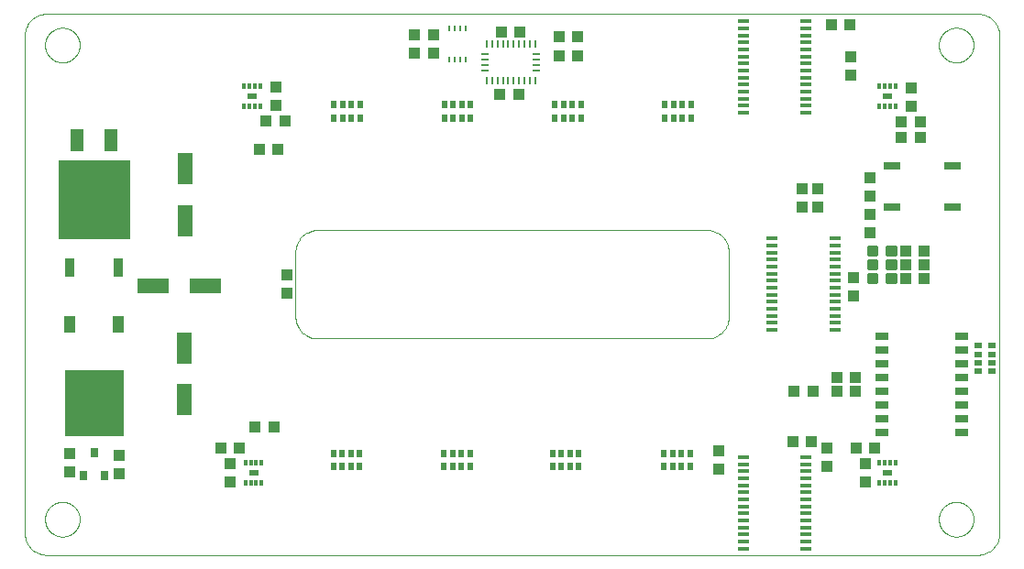
<source format=gtp>
G75*
%MOIN*%
%OFA0B0*%
%FSLAX25Y25*%
%IPPOS*%
%LPD*%
%AMOC8*
5,1,8,0,0,1.08239X$1,22.5*
%
%ADD10C,0.00000*%
%ADD11C,0.00394*%
%ADD12R,0.04331X0.03937*%
%ADD13R,0.03937X0.04331*%
%ADD14R,0.04724X0.07874*%
%ADD15R,0.11811X0.05512*%
%ADD16R,0.05512X0.11811*%
%ADD17C,0.01181*%
%ADD18R,0.21260X0.24409*%
%ADD19R,0.03937X0.06299*%
%ADD20R,0.03150X0.03543*%
%ADD21R,0.01969X0.02559*%
%ADD22R,0.02559X0.01969*%
%ADD23R,0.06000X0.03000*%
%ADD24R,0.05000X0.03000*%
%ADD25R,0.03900X0.01200*%
%ADD26R,0.01378X0.02362*%
%ADD27R,0.03780X0.02126*%
%ADD28R,0.03700X0.06700*%
%ADD29R,0.26000X0.28800*%
%ADD30R,0.02677X0.00984*%
%ADD31R,0.00984X0.02677*%
%ADD32R,0.00984X0.02369*%
D10*
X0010201Y0016977D02*
X0010203Y0017135D01*
X0010209Y0017293D01*
X0010219Y0017451D01*
X0010233Y0017609D01*
X0010251Y0017766D01*
X0010272Y0017923D01*
X0010298Y0018079D01*
X0010328Y0018235D01*
X0010361Y0018390D01*
X0010399Y0018543D01*
X0010440Y0018696D01*
X0010485Y0018848D01*
X0010534Y0018999D01*
X0010587Y0019148D01*
X0010643Y0019296D01*
X0010703Y0019442D01*
X0010767Y0019587D01*
X0010835Y0019730D01*
X0010906Y0019872D01*
X0010980Y0020012D01*
X0011058Y0020149D01*
X0011140Y0020285D01*
X0011224Y0020419D01*
X0011313Y0020550D01*
X0011404Y0020679D01*
X0011499Y0020806D01*
X0011596Y0020931D01*
X0011697Y0021053D01*
X0011801Y0021172D01*
X0011908Y0021289D01*
X0012018Y0021403D01*
X0012131Y0021514D01*
X0012246Y0021623D01*
X0012364Y0021728D01*
X0012485Y0021830D01*
X0012608Y0021930D01*
X0012734Y0022026D01*
X0012862Y0022119D01*
X0012992Y0022209D01*
X0013125Y0022295D01*
X0013260Y0022379D01*
X0013396Y0022458D01*
X0013535Y0022535D01*
X0013676Y0022607D01*
X0013818Y0022677D01*
X0013962Y0022742D01*
X0014108Y0022804D01*
X0014255Y0022862D01*
X0014404Y0022917D01*
X0014554Y0022968D01*
X0014705Y0023015D01*
X0014857Y0023058D01*
X0015010Y0023097D01*
X0015165Y0023133D01*
X0015320Y0023164D01*
X0015476Y0023192D01*
X0015632Y0023216D01*
X0015789Y0023236D01*
X0015947Y0023252D01*
X0016104Y0023264D01*
X0016263Y0023272D01*
X0016421Y0023276D01*
X0016579Y0023276D01*
X0016737Y0023272D01*
X0016896Y0023264D01*
X0017053Y0023252D01*
X0017211Y0023236D01*
X0017368Y0023216D01*
X0017524Y0023192D01*
X0017680Y0023164D01*
X0017835Y0023133D01*
X0017990Y0023097D01*
X0018143Y0023058D01*
X0018295Y0023015D01*
X0018446Y0022968D01*
X0018596Y0022917D01*
X0018745Y0022862D01*
X0018892Y0022804D01*
X0019038Y0022742D01*
X0019182Y0022677D01*
X0019324Y0022607D01*
X0019465Y0022535D01*
X0019604Y0022458D01*
X0019740Y0022379D01*
X0019875Y0022295D01*
X0020008Y0022209D01*
X0020138Y0022119D01*
X0020266Y0022026D01*
X0020392Y0021930D01*
X0020515Y0021830D01*
X0020636Y0021728D01*
X0020754Y0021623D01*
X0020869Y0021514D01*
X0020982Y0021403D01*
X0021092Y0021289D01*
X0021199Y0021172D01*
X0021303Y0021053D01*
X0021404Y0020931D01*
X0021501Y0020806D01*
X0021596Y0020679D01*
X0021687Y0020550D01*
X0021776Y0020419D01*
X0021860Y0020285D01*
X0021942Y0020149D01*
X0022020Y0020012D01*
X0022094Y0019872D01*
X0022165Y0019730D01*
X0022233Y0019587D01*
X0022297Y0019442D01*
X0022357Y0019296D01*
X0022413Y0019148D01*
X0022466Y0018999D01*
X0022515Y0018848D01*
X0022560Y0018696D01*
X0022601Y0018543D01*
X0022639Y0018390D01*
X0022672Y0018235D01*
X0022702Y0018079D01*
X0022728Y0017923D01*
X0022749Y0017766D01*
X0022767Y0017609D01*
X0022781Y0017451D01*
X0022791Y0017293D01*
X0022797Y0017135D01*
X0022799Y0016977D01*
X0022797Y0016819D01*
X0022791Y0016661D01*
X0022781Y0016503D01*
X0022767Y0016345D01*
X0022749Y0016188D01*
X0022728Y0016031D01*
X0022702Y0015875D01*
X0022672Y0015719D01*
X0022639Y0015564D01*
X0022601Y0015411D01*
X0022560Y0015258D01*
X0022515Y0015106D01*
X0022466Y0014955D01*
X0022413Y0014806D01*
X0022357Y0014658D01*
X0022297Y0014512D01*
X0022233Y0014367D01*
X0022165Y0014224D01*
X0022094Y0014082D01*
X0022020Y0013942D01*
X0021942Y0013805D01*
X0021860Y0013669D01*
X0021776Y0013535D01*
X0021687Y0013404D01*
X0021596Y0013275D01*
X0021501Y0013148D01*
X0021404Y0013023D01*
X0021303Y0012901D01*
X0021199Y0012782D01*
X0021092Y0012665D01*
X0020982Y0012551D01*
X0020869Y0012440D01*
X0020754Y0012331D01*
X0020636Y0012226D01*
X0020515Y0012124D01*
X0020392Y0012024D01*
X0020266Y0011928D01*
X0020138Y0011835D01*
X0020008Y0011745D01*
X0019875Y0011659D01*
X0019740Y0011575D01*
X0019604Y0011496D01*
X0019465Y0011419D01*
X0019324Y0011347D01*
X0019182Y0011277D01*
X0019038Y0011212D01*
X0018892Y0011150D01*
X0018745Y0011092D01*
X0018596Y0011037D01*
X0018446Y0010986D01*
X0018295Y0010939D01*
X0018143Y0010896D01*
X0017990Y0010857D01*
X0017835Y0010821D01*
X0017680Y0010790D01*
X0017524Y0010762D01*
X0017368Y0010738D01*
X0017211Y0010718D01*
X0017053Y0010702D01*
X0016896Y0010690D01*
X0016737Y0010682D01*
X0016579Y0010678D01*
X0016421Y0010678D01*
X0016263Y0010682D01*
X0016104Y0010690D01*
X0015947Y0010702D01*
X0015789Y0010718D01*
X0015632Y0010738D01*
X0015476Y0010762D01*
X0015320Y0010790D01*
X0015165Y0010821D01*
X0015010Y0010857D01*
X0014857Y0010896D01*
X0014705Y0010939D01*
X0014554Y0010986D01*
X0014404Y0011037D01*
X0014255Y0011092D01*
X0014108Y0011150D01*
X0013962Y0011212D01*
X0013818Y0011277D01*
X0013676Y0011347D01*
X0013535Y0011419D01*
X0013396Y0011496D01*
X0013260Y0011575D01*
X0013125Y0011659D01*
X0012992Y0011745D01*
X0012862Y0011835D01*
X0012734Y0011928D01*
X0012608Y0012024D01*
X0012485Y0012124D01*
X0012364Y0012226D01*
X0012246Y0012331D01*
X0012131Y0012440D01*
X0012018Y0012551D01*
X0011908Y0012665D01*
X0011801Y0012782D01*
X0011697Y0012901D01*
X0011596Y0013023D01*
X0011499Y0013148D01*
X0011404Y0013275D01*
X0011313Y0013404D01*
X0011224Y0013535D01*
X0011140Y0013669D01*
X0011058Y0013805D01*
X0010980Y0013942D01*
X0010906Y0014082D01*
X0010835Y0014224D01*
X0010767Y0014367D01*
X0010703Y0014512D01*
X0010643Y0014658D01*
X0010587Y0014806D01*
X0010534Y0014955D01*
X0010485Y0015106D01*
X0010440Y0015258D01*
X0010399Y0015411D01*
X0010361Y0015564D01*
X0010328Y0015719D01*
X0010298Y0015875D01*
X0010272Y0016031D01*
X0010251Y0016188D01*
X0010233Y0016345D01*
X0010219Y0016503D01*
X0010209Y0016661D01*
X0010203Y0016819D01*
X0010201Y0016977D01*
X0010201Y0189477D02*
X0010203Y0189635D01*
X0010209Y0189793D01*
X0010219Y0189951D01*
X0010233Y0190109D01*
X0010251Y0190266D01*
X0010272Y0190423D01*
X0010298Y0190579D01*
X0010328Y0190735D01*
X0010361Y0190890D01*
X0010399Y0191043D01*
X0010440Y0191196D01*
X0010485Y0191348D01*
X0010534Y0191499D01*
X0010587Y0191648D01*
X0010643Y0191796D01*
X0010703Y0191942D01*
X0010767Y0192087D01*
X0010835Y0192230D01*
X0010906Y0192372D01*
X0010980Y0192512D01*
X0011058Y0192649D01*
X0011140Y0192785D01*
X0011224Y0192919D01*
X0011313Y0193050D01*
X0011404Y0193179D01*
X0011499Y0193306D01*
X0011596Y0193431D01*
X0011697Y0193553D01*
X0011801Y0193672D01*
X0011908Y0193789D01*
X0012018Y0193903D01*
X0012131Y0194014D01*
X0012246Y0194123D01*
X0012364Y0194228D01*
X0012485Y0194330D01*
X0012608Y0194430D01*
X0012734Y0194526D01*
X0012862Y0194619D01*
X0012992Y0194709D01*
X0013125Y0194795D01*
X0013260Y0194879D01*
X0013396Y0194958D01*
X0013535Y0195035D01*
X0013676Y0195107D01*
X0013818Y0195177D01*
X0013962Y0195242D01*
X0014108Y0195304D01*
X0014255Y0195362D01*
X0014404Y0195417D01*
X0014554Y0195468D01*
X0014705Y0195515D01*
X0014857Y0195558D01*
X0015010Y0195597D01*
X0015165Y0195633D01*
X0015320Y0195664D01*
X0015476Y0195692D01*
X0015632Y0195716D01*
X0015789Y0195736D01*
X0015947Y0195752D01*
X0016104Y0195764D01*
X0016263Y0195772D01*
X0016421Y0195776D01*
X0016579Y0195776D01*
X0016737Y0195772D01*
X0016896Y0195764D01*
X0017053Y0195752D01*
X0017211Y0195736D01*
X0017368Y0195716D01*
X0017524Y0195692D01*
X0017680Y0195664D01*
X0017835Y0195633D01*
X0017990Y0195597D01*
X0018143Y0195558D01*
X0018295Y0195515D01*
X0018446Y0195468D01*
X0018596Y0195417D01*
X0018745Y0195362D01*
X0018892Y0195304D01*
X0019038Y0195242D01*
X0019182Y0195177D01*
X0019324Y0195107D01*
X0019465Y0195035D01*
X0019604Y0194958D01*
X0019740Y0194879D01*
X0019875Y0194795D01*
X0020008Y0194709D01*
X0020138Y0194619D01*
X0020266Y0194526D01*
X0020392Y0194430D01*
X0020515Y0194330D01*
X0020636Y0194228D01*
X0020754Y0194123D01*
X0020869Y0194014D01*
X0020982Y0193903D01*
X0021092Y0193789D01*
X0021199Y0193672D01*
X0021303Y0193553D01*
X0021404Y0193431D01*
X0021501Y0193306D01*
X0021596Y0193179D01*
X0021687Y0193050D01*
X0021776Y0192919D01*
X0021860Y0192785D01*
X0021942Y0192649D01*
X0022020Y0192512D01*
X0022094Y0192372D01*
X0022165Y0192230D01*
X0022233Y0192087D01*
X0022297Y0191942D01*
X0022357Y0191796D01*
X0022413Y0191648D01*
X0022466Y0191499D01*
X0022515Y0191348D01*
X0022560Y0191196D01*
X0022601Y0191043D01*
X0022639Y0190890D01*
X0022672Y0190735D01*
X0022702Y0190579D01*
X0022728Y0190423D01*
X0022749Y0190266D01*
X0022767Y0190109D01*
X0022781Y0189951D01*
X0022791Y0189793D01*
X0022797Y0189635D01*
X0022799Y0189477D01*
X0022797Y0189319D01*
X0022791Y0189161D01*
X0022781Y0189003D01*
X0022767Y0188845D01*
X0022749Y0188688D01*
X0022728Y0188531D01*
X0022702Y0188375D01*
X0022672Y0188219D01*
X0022639Y0188064D01*
X0022601Y0187911D01*
X0022560Y0187758D01*
X0022515Y0187606D01*
X0022466Y0187455D01*
X0022413Y0187306D01*
X0022357Y0187158D01*
X0022297Y0187012D01*
X0022233Y0186867D01*
X0022165Y0186724D01*
X0022094Y0186582D01*
X0022020Y0186442D01*
X0021942Y0186305D01*
X0021860Y0186169D01*
X0021776Y0186035D01*
X0021687Y0185904D01*
X0021596Y0185775D01*
X0021501Y0185648D01*
X0021404Y0185523D01*
X0021303Y0185401D01*
X0021199Y0185282D01*
X0021092Y0185165D01*
X0020982Y0185051D01*
X0020869Y0184940D01*
X0020754Y0184831D01*
X0020636Y0184726D01*
X0020515Y0184624D01*
X0020392Y0184524D01*
X0020266Y0184428D01*
X0020138Y0184335D01*
X0020008Y0184245D01*
X0019875Y0184159D01*
X0019740Y0184075D01*
X0019604Y0183996D01*
X0019465Y0183919D01*
X0019324Y0183847D01*
X0019182Y0183777D01*
X0019038Y0183712D01*
X0018892Y0183650D01*
X0018745Y0183592D01*
X0018596Y0183537D01*
X0018446Y0183486D01*
X0018295Y0183439D01*
X0018143Y0183396D01*
X0017990Y0183357D01*
X0017835Y0183321D01*
X0017680Y0183290D01*
X0017524Y0183262D01*
X0017368Y0183238D01*
X0017211Y0183218D01*
X0017053Y0183202D01*
X0016896Y0183190D01*
X0016737Y0183182D01*
X0016579Y0183178D01*
X0016421Y0183178D01*
X0016263Y0183182D01*
X0016104Y0183190D01*
X0015947Y0183202D01*
X0015789Y0183218D01*
X0015632Y0183238D01*
X0015476Y0183262D01*
X0015320Y0183290D01*
X0015165Y0183321D01*
X0015010Y0183357D01*
X0014857Y0183396D01*
X0014705Y0183439D01*
X0014554Y0183486D01*
X0014404Y0183537D01*
X0014255Y0183592D01*
X0014108Y0183650D01*
X0013962Y0183712D01*
X0013818Y0183777D01*
X0013676Y0183847D01*
X0013535Y0183919D01*
X0013396Y0183996D01*
X0013260Y0184075D01*
X0013125Y0184159D01*
X0012992Y0184245D01*
X0012862Y0184335D01*
X0012734Y0184428D01*
X0012608Y0184524D01*
X0012485Y0184624D01*
X0012364Y0184726D01*
X0012246Y0184831D01*
X0012131Y0184940D01*
X0012018Y0185051D01*
X0011908Y0185165D01*
X0011801Y0185282D01*
X0011697Y0185401D01*
X0011596Y0185523D01*
X0011499Y0185648D01*
X0011404Y0185775D01*
X0011313Y0185904D01*
X0011224Y0186035D01*
X0011140Y0186169D01*
X0011058Y0186305D01*
X0010980Y0186442D01*
X0010906Y0186582D01*
X0010835Y0186724D01*
X0010767Y0186867D01*
X0010703Y0187012D01*
X0010643Y0187158D01*
X0010587Y0187306D01*
X0010534Y0187455D01*
X0010485Y0187606D01*
X0010440Y0187758D01*
X0010399Y0187911D01*
X0010361Y0188064D01*
X0010328Y0188219D01*
X0010298Y0188375D01*
X0010272Y0188531D01*
X0010251Y0188688D01*
X0010233Y0188845D01*
X0010219Y0189003D01*
X0010209Y0189161D01*
X0010203Y0189319D01*
X0010201Y0189477D01*
X0335201Y0189477D02*
X0335203Y0189635D01*
X0335209Y0189793D01*
X0335219Y0189951D01*
X0335233Y0190109D01*
X0335251Y0190266D01*
X0335272Y0190423D01*
X0335298Y0190579D01*
X0335328Y0190735D01*
X0335361Y0190890D01*
X0335399Y0191043D01*
X0335440Y0191196D01*
X0335485Y0191348D01*
X0335534Y0191499D01*
X0335587Y0191648D01*
X0335643Y0191796D01*
X0335703Y0191942D01*
X0335767Y0192087D01*
X0335835Y0192230D01*
X0335906Y0192372D01*
X0335980Y0192512D01*
X0336058Y0192649D01*
X0336140Y0192785D01*
X0336224Y0192919D01*
X0336313Y0193050D01*
X0336404Y0193179D01*
X0336499Y0193306D01*
X0336596Y0193431D01*
X0336697Y0193553D01*
X0336801Y0193672D01*
X0336908Y0193789D01*
X0337018Y0193903D01*
X0337131Y0194014D01*
X0337246Y0194123D01*
X0337364Y0194228D01*
X0337485Y0194330D01*
X0337608Y0194430D01*
X0337734Y0194526D01*
X0337862Y0194619D01*
X0337992Y0194709D01*
X0338125Y0194795D01*
X0338260Y0194879D01*
X0338396Y0194958D01*
X0338535Y0195035D01*
X0338676Y0195107D01*
X0338818Y0195177D01*
X0338962Y0195242D01*
X0339108Y0195304D01*
X0339255Y0195362D01*
X0339404Y0195417D01*
X0339554Y0195468D01*
X0339705Y0195515D01*
X0339857Y0195558D01*
X0340010Y0195597D01*
X0340165Y0195633D01*
X0340320Y0195664D01*
X0340476Y0195692D01*
X0340632Y0195716D01*
X0340789Y0195736D01*
X0340947Y0195752D01*
X0341104Y0195764D01*
X0341263Y0195772D01*
X0341421Y0195776D01*
X0341579Y0195776D01*
X0341737Y0195772D01*
X0341896Y0195764D01*
X0342053Y0195752D01*
X0342211Y0195736D01*
X0342368Y0195716D01*
X0342524Y0195692D01*
X0342680Y0195664D01*
X0342835Y0195633D01*
X0342990Y0195597D01*
X0343143Y0195558D01*
X0343295Y0195515D01*
X0343446Y0195468D01*
X0343596Y0195417D01*
X0343745Y0195362D01*
X0343892Y0195304D01*
X0344038Y0195242D01*
X0344182Y0195177D01*
X0344324Y0195107D01*
X0344465Y0195035D01*
X0344604Y0194958D01*
X0344740Y0194879D01*
X0344875Y0194795D01*
X0345008Y0194709D01*
X0345138Y0194619D01*
X0345266Y0194526D01*
X0345392Y0194430D01*
X0345515Y0194330D01*
X0345636Y0194228D01*
X0345754Y0194123D01*
X0345869Y0194014D01*
X0345982Y0193903D01*
X0346092Y0193789D01*
X0346199Y0193672D01*
X0346303Y0193553D01*
X0346404Y0193431D01*
X0346501Y0193306D01*
X0346596Y0193179D01*
X0346687Y0193050D01*
X0346776Y0192919D01*
X0346860Y0192785D01*
X0346942Y0192649D01*
X0347020Y0192512D01*
X0347094Y0192372D01*
X0347165Y0192230D01*
X0347233Y0192087D01*
X0347297Y0191942D01*
X0347357Y0191796D01*
X0347413Y0191648D01*
X0347466Y0191499D01*
X0347515Y0191348D01*
X0347560Y0191196D01*
X0347601Y0191043D01*
X0347639Y0190890D01*
X0347672Y0190735D01*
X0347702Y0190579D01*
X0347728Y0190423D01*
X0347749Y0190266D01*
X0347767Y0190109D01*
X0347781Y0189951D01*
X0347791Y0189793D01*
X0347797Y0189635D01*
X0347799Y0189477D01*
X0347797Y0189319D01*
X0347791Y0189161D01*
X0347781Y0189003D01*
X0347767Y0188845D01*
X0347749Y0188688D01*
X0347728Y0188531D01*
X0347702Y0188375D01*
X0347672Y0188219D01*
X0347639Y0188064D01*
X0347601Y0187911D01*
X0347560Y0187758D01*
X0347515Y0187606D01*
X0347466Y0187455D01*
X0347413Y0187306D01*
X0347357Y0187158D01*
X0347297Y0187012D01*
X0347233Y0186867D01*
X0347165Y0186724D01*
X0347094Y0186582D01*
X0347020Y0186442D01*
X0346942Y0186305D01*
X0346860Y0186169D01*
X0346776Y0186035D01*
X0346687Y0185904D01*
X0346596Y0185775D01*
X0346501Y0185648D01*
X0346404Y0185523D01*
X0346303Y0185401D01*
X0346199Y0185282D01*
X0346092Y0185165D01*
X0345982Y0185051D01*
X0345869Y0184940D01*
X0345754Y0184831D01*
X0345636Y0184726D01*
X0345515Y0184624D01*
X0345392Y0184524D01*
X0345266Y0184428D01*
X0345138Y0184335D01*
X0345008Y0184245D01*
X0344875Y0184159D01*
X0344740Y0184075D01*
X0344604Y0183996D01*
X0344465Y0183919D01*
X0344324Y0183847D01*
X0344182Y0183777D01*
X0344038Y0183712D01*
X0343892Y0183650D01*
X0343745Y0183592D01*
X0343596Y0183537D01*
X0343446Y0183486D01*
X0343295Y0183439D01*
X0343143Y0183396D01*
X0342990Y0183357D01*
X0342835Y0183321D01*
X0342680Y0183290D01*
X0342524Y0183262D01*
X0342368Y0183238D01*
X0342211Y0183218D01*
X0342053Y0183202D01*
X0341896Y0183190D01*
X0341737Y0183182D01*
X0341579Y0183178D01*
X0341421Y0183178D01*
X0341263Y0183182D01*
X0341104Y0183190D01*
X0340947Y0183202D01*
X0340789Y0183218D01*
X0340632Y0183238D01*
X0340476Y0183262D01*
X0340320Y0183290D01*
X0340165Y0183321D01*
X0340010Y0183357D01*
X0339857Y0183396D01*
X0339705Y0183439D01*
X0339554Y0183486D01*
X0339404Y0183537D01*
X0339255Y0183592D01*
X0339108Y0183650D01*
X0338962Y0183712D01*
X0338818Y0183777D01*
X0338676Y0183847D01*
X0338535Y0183919D01*
X0338396Y0183996D01*
X0338260Y0184075D01*
X0338125Y0184159D01*
X0337992Y0184245D01*
X0337862Y0184335D01*
X0337734Y0184428D01*
X0337608Y0184524D01*
X0337485Y0184624D01*
X0337364Y0184726D01*
X0337246Y0184831D01*
X0337131Y0184940D01*
X0337018Y0185051D01*
X0336908Y0185165D01*
X0336801Y0185282D01*
X0336697Y0185401D01*
X0336596Y0185523D01*
X0336499Y0185648D01*
X0336404Y0185775D01*
X0336313Y0185904D01*
X0336224Y0186035D01*
X0336140Y0186169D01*
X0336058Y0186305D01*
X0335980Y0186442D01*
X0335906Y0186582D01*
X0335835Y0186724D01*
X0335767Y0186867D01*
X0335703Y0187012D01*
X0335643Y0187158D01*
X0335587Y0187306D01*
X0335534Y0187455D01*
X0335485Y0187606D01*
X0335440Y0187758D01*
X0335399Y0187911D01*
X0335361Y0188064D01*
X0335328Y0188219D01*
X0335298Y0188375D01*
X0335272Y0188531D01*
X0335251Y0188688D01*
X0335233Y0188845D01*
X0335219Y0189003D01*
X0335209Y0189161D01*
X0335203Y0189319D01*
X0335201Y0189477D01*
X0335201Y0016977D02*
X0335203Y0017135D01*
X0335209Y0017293D01*
X0335219Y0017451D01*
X0335233Y0017609D01*
X0335251Y0017766D01*
X0335272Y0017923D01*
X0335298Y0018079D01*
X0335328Y0018235D01*
X0335361Y0018390D01*
X0335399Y0018543D01*
X0335440Y0018696D01*
X0335485Y0018848D01*
X0335534Y0018999D01*
X0335587Y0019148D01*
X0335643Y0019296D01*
X0335703Y0019442D01*
X0335767Y0019587D01*
X0335835Y0019730D01*
X0335906Y0019872D01*
X0335980Y0020012D01*
X0336058Y0020149D01*
X0336140Y0020285D01*
X0336224Y0020419D01*
X0336313Y0020550D01*
X0336404Y0020679D01*
X0336499Y0020806D01*
X0336596Y0020931D01*
X0336697Y0021053D01*
X0336801Y0021172D01*
X0336908Y0021289D01*
X0337018Y0021403D01*
X0337131Y0021514D01*
X0337246Y0021623D01*
X0337364Y0021728D01*
X0337485Y0021830D01*
X0337608Y0021930D01*
X0337734Y0022026D01*
X0337862Y0022119D01*
X0337992Y0022209D01*
X0338125Y0022295D01*
X0338260Y0022379D01*
X0338396Y0022458D01*
X0338535Y0022535D01*
X0338676Y0022607D01*
X0338818Y0022677D01*
X0338962Y0022742D01*
X0339108Y0022804D01*
X0339255Y0022862D01*
X0339404Y0022917D01*
X0339554Y0022968D01*
X0339705Y0023015D01*
X0339857Y0023058D01*
X0340010Y0023097D01*
X0340165Y0023133D01*
X0340320Y0023164D01*
X0340476Y0023192D01*
X0340632Y0023216D01*
X0340789Y0023236D01*
X0340947Y0023252D01*
X0341104Y0023264D01*
X0341263Y0023272D01*
X0341421Y0023276D01*
X0341579Y0023276D01*
X0341737Y0023272D01*
X0341896Y0023264D01*
X0342053Y0023252D01*
X0342211Y0023236D01*
X0342368Y0023216D01*
X0342524Y0023192D01*
X0342680Y0023164D01*
X0342835Y0023133D01*
X0342990Y0023097D01*
X0343143Y0023058D01*
X0343295Y0023015D01*
X0343446Y0022968D01*
X0343596Y0022917D01*
X0343745Y0022862D01*
X0343892Y0022804D01*
X0344038Y0022742D01*
X0344182Y0022677D01*
X0344324Y0022607D01*
X0344465Y0022535D01*
X0344604Y0022458D01*
X0344740Y0022379D01*
X0344875Y0022295D01*
X0345008Y0022209D01*
X0345138Y0022119D01*
X0345266Y0022026D01*
X0345392Y0021930D01*
X0345515Y0021830D01*
X0345636Y0021728D01*
X0345754Y0021623D01*
X0345869Y0021514D01*
X0345982Y0021403D01*
X0346092Y0021289D01*
X0346199Y0021172D01*
X0346303Y0021053D01*
X0346404Y0020931D01*
X0346501Y0020806D01*
X0346596Y0020679D01*
X0346687Y0020550D01*
X0346776Y0020419D01*
X0346860Y0020285D01*
X0346942Y0020149D01*
X0347020Y0020012D01*
X0347094Y0019872D01*
X0347165Y0019730D01*
X0347233Y0019587D01*
X0347297Y0019442D01*
X0347357Y0019296D01*
X0347413Y0019148D01*
X0347466Y0018999D01*
X0347515Y0018848D01*
X0347560Y0018696D01*
X0347601Y0018543D01*
X0347639Y0018390D01*
X0347672Y0018235D01*
X0347702Y0018079D01*
X0347728Y0017923D01*
X0347749Y0017766D01*
X0347767Y0017609D01*
X0347781Y0017451D01*
X0347791Y0017293D01*
X0347797Y0017135D01*
X0347799Y0016977D01*
X0347797Y0016819D01*
X0347791Y0016661D01*
X0347781Y0016503D01*
X0347767Y0016345D01*
X0347749Y0016188D01*
X0347728Y0016031D01*
X0347702Y0015875D01*
X0347672Y0015719D01*
X0347639Y0015564D01*
X0347601Y0015411D01*
X0347560Y0015258D01*
X0347515Y0015106D01*
X0347466Y0014955D01*
X0347413Y0014806D01*
X0347357Y0014658D01*
X0347297Y0014512D01*
X0347233Y0014367D01*
X0347165Y0014224D01*
X0347094Y0014082D01*
X0347020Y0013942D01*
X0346942Y0013805D01*
X0346860Y0013669D01*
X0346776Y0013535D01*
X0346687Y0013404D01*
X0346596Y0013275D01*
X0346501Y0013148D01*
X0346404Y0013023D01*
X0346303Y0012901D01*
X0346199Y0012782D01*
X0346092Y0012665D01*
X0345982Y0012551D01*
X0345869Y0012440D01*
X0345754Y0012331D01*
X0345636Y0012226D01*
X0345515Y0012124D01*
X0345392Y0012024D01*
X0345266Y0011928D01*
X0345138Y0011835D01*
X0345008Y0011745D01*
X0344875Y0011659D01*
X0344740Y0011575D01*
X0344604Y0011496D01*
X0344465Y0011419D01*
X0344324Y0011347D01*
X0344182Y0011277D01*
X0344038Y0011212D01*
X0343892Y0011150D01*
X0343745Y0011092D01*
X0343596Y0011037D01*
X0343446Y0010986D01*
X0343295Y0010939D01*
X0343143Y0010896D01*
X0342990Y0010857D01*
X0342835Y0010821D01*
X0342680Y0010790D01*
X0342524Y0010762D01*
X0342368Y0010738D01*
X0342211Y0010718D01*
X0342053Y0010702D01*
X0341896Y0010690D01*
X0341737Y0010682D01*
X0341579Y0010678D01*
X0341421Y0010678D01*
X0341263Y0010682D01*
X0341104Y0010690D01*
X0340947Y0010702D01*
X0340789Y0010718D01*
X0340632Y0010738D01*
X0340476Y0010762D01*
X0340320Y0010790D01*
X0340165Y0010821D01*
X0340010Y0010857D01*
X0339857Y0010896D01*
X0339705Y0010939D01*
X0339554Y0010986D01*
X0339404Y0011037D01*
X0339255Y0011092D01*
X0339108Y0011150D01*
X0338962Y0011212D01*
X0338818Y0011277D01*
X0338676Y0011347D01*
X0338535Y0011419D01*
X0338396Y0011496D01*
X0338260Y0011575D01*
X0338125Y0011659D01*
X0337992Y0011745D01*
X0337862Y0011835D01*
X0337734Y0011928D01*
X0337608Y0012024D01*
X0337485Y0012124D01*
X0337364Y0012226D01*
X0337246Y0012331D01*
X0337131Y0012440D01*
X0337018Y0012551D01*
X0336908Y0012665D01*
X0336801Y0012782D01*
X0336697Y0012901D01*
X0336596Y0013023D01*
X0336499Y0013148D01*
X0336404Y0013275D01*
X0336313Y0013404D01*
X0336224Y0013535D01*
X0336140Y0013669D01*
X0336058Y0013805D01*
X0335980Y0013942D01*
X0335906Y0014082D01*
X0335835Y0014224D01*
X0335767Y0014367D01*
X0335703Y0014512D01*
X0335643Y0014658D01*
X0335587Y0014806D01*
X0335534Y0014955D01*
X0335485Y0015106D01*
X0335440Y0015258D01*
X0335399Y0015411D01*
X0335361Y0015564D01*
X0335328Y0015719D01*
X0335298Y0015875D01*
X0335272Y0016031D01*
X0335251Y0016188D01*
X0335233Y0016345D01*
X0335219Y0016503D01*
X0335209Y0016661D01*
X0335203Y0016819D01*
X0335201Y0016977D01*
D11*
X0005559Y0005972D02*
X0004845Y0006685D01*
X0004522Y0007076D01*
X0004238Y0007495D01*
X0003955Y0007914D01*
X0003710Y0008362D01*
X0003310Y0009303D01*
X0003155Y0009797D01*
X0003050Y0010308D01*
X0002944Y0010819D01*
X0002889Y0011348D01*
X0002889Y0193533D01*
X0002944Y0194062D01*
X0003050Y0194574D01*
X0003155Y0195085D01*
X0003310Y0195579D01*
X0003510Y0196049D01*
X0003710Y0196520D01*
X0003955Y0196967D01*
X0004238Y0197387D01*
X0004522Y0197806D01*
X0004845Y0198196D01*
X0005559Y0198910D01*
X0005949Y0199233D01*
X0006368Y0199517D01*
X0006787Y0199800D01*
X0007235Y0200045D01*
X0008176Y0200445D01*
X0008670Y0200600D01*
X0009181Y0200705D01*
X0009693Y0200811D01*
X0010222Y0200866D01*
X0349887Y0200866D01*
X0350416Y0200811D01*
X0350927Y0200705D01*
X0351439Y0200600D01*
X0351932Y0200445D01*
X0352873Y0200045D01*
X0353321Y0199800D01*
X0353740Y0199517D01*
X0354159Y0199233D01*
X0354550Y0198910D01*
X0355263Y0198196D01*
X0355586Y0197806D01*
X0356154Y0196967D01*
X0356398Y0196520D01*
X0356598Y0196049D01*
X0356798Y0195579D01*
X0356954Y0195085D01*
X0357059Y0194574D01*
X0357164Y0194062D01*
X0357220Y0193533D01*
X0357220Y0011348D01*
X0357164Y0010819D01*
X0357059Y0010308D01*
X0356954Y0009797D01*
X0356798Y0009303D01*
X0356398Y0008362D01*
X0356154Y0007914D01*
X0355870Y0007495D01*
X0355586Y0007076D01*
X0355263Y0006685D01*
X0354550Y0005972D01*
X0354159Y0005649D01*
X0353740Y0005365D01*
X0353321Y0005081D01*
X0352873Y0004837D01*
X0351932Y0004437D01*
X0351439Y0004282D01*
X0350927Y0004176D01*
X0350416Y0004071D01*
X0349887Y0004016D01*
X0010222Y0004016D01*
X0009693Y0004071D01*
X0009181Y0004176D01*
X0008670Y0004282D01*
X0008176Y0004437D01*
X0007235Y0004837D01*
X0006787Y0005081D01*
X0006368Y0005365D01*
X0005949Y0005649D01*
X0005559Y0005972D01*
X0103984Y0084712D02*
X0104374Y0084389D01*
X0104794Y0084105D01*
X0105213Y0083822D01*
X0105660Y0083577D01*
X0106601Y0083177D01*
X0107095Y0083022D01*
X0107606Y0082917D01*
X0108118Y0082811D01*
X0108647Y0082756D01*
X0251462Y0082756D01*
X0251991Y0082811D01*
X0252502Y0082917D01*
X0253013Y0083022D01*
X0253507Y0083177D01*
X0254448Y0083577D01*
X0254896Y0083822D01*
X0255315Y0084105D01*
X0255734Y0084389D01*
X0256125Y0084712D01*
X0256838Y0085426D01*
X0257161Y0085816D01*
X0257445Y0086235D01*
X0257729Y0086654D01*
X0257973Y0087102D01*
X0258373Y0088043D01*
X0258528Y0088537D01*
X0258634Y0089048D01*
X0258739Y0089559D01*
X0258794Y0090088D01*
X0258794Y0114793D01*
X0258739Y0115322D01*
X0258634Y0115834D01*
X0258528Y0116345D01*
X0258373Y0116839D01*
X0257973Y0117780D01*
X0257729Y0118227D01*
X0257445Y0118646D01*
X0257161Y0119065D01*
X0256838Y0119456D01*
X0256125Y0120170D01*
X0255734Y0120493D01*
X0255315Y0120776D01*
X0254896Y0121060D01*
X0254448Y0121305D01*
X0253507Y0121705D01*
X0253013Y0121860D01*
X0252502Y0121965D01*
X0251991Y0122071D01*
X0251462Y0122126D01*
X0108647Y0122126D01*
X0108118Y0122071D01*
X0107606Y0121965D01*
X0107095Y0121860D01*
X0106601Y0121705D01*
X0105660Y0121305D01*
X0105213Y0121060D01*
X0104794Y0120776D01*
X0104374Y0120493D01*
X0103984Y0120170D01*
X0103270Y0119456D01*
X0102947Y0119065D01*
X0102664Y0118646D01*
X0102380Y0118227D01*
X0102135Y0117780D01*
X0101735Y0116839D01*
X0101580Y0116345D01*
X0101475Y0115834D01*
X0101369Y0115322D01*
X0101314Y0114793D01*
X0101314Y0090088D01*
X0101369Y0089559D01*
X0101475Y0089048D01*
X0101580Y0088537D01*
X0101735Y0088043D01*
X0102135Y0087102D01*
X0102380Y0086654D01*
X0102664Y0086235D01*
X0102947Y0085816D01*
X0103270Y0085426D01*
X0103984Y0084712D01*
D12*
X0093346Y0050477D03*
X0086654Y0050477D03*
X0080846Y0042977D03*
X0074154Y0042977D03*
X0088154Y0151477D03*
X0094846Y0151477D03*
X0097346Y0161977D03*
X0090654Y0161977D03*
X0175654Y0171477D03*
X0182346Y0171477D03*
X0197154Y0185477D03*
X0203846Y0185477D03*
X0203846Y0192477D03*
X0197154Y0192477D03*
X0182846Y0194377D03*
X0176154Y0194377D03*
X0296154Y0196977D03*
X0302846Y0196977D03*
X0321654Y0161477D03*
X0328346Y0161477D03*
X0328346Y0155977D03*
X0321654Y0155977D03*
X0323154Y0114477D03*
X0323154Y0109477D03*
X0329846Y0109477D03*
X0329846Y0114477D03*
X0329846Y0104477D03*
X0323154Y0104477D03*
X0304846Y0068477D03*
X0298154Y0068477D03*
X0298154Y0063477D03*
X0304846Y0063477D03*
X0289346Y0063477D03*
X0282654Y0063477D03*
X0282154Y0045277D03*
X0288846Y0045277D03*
X0305154Y0042977D03*
X0311846Y0042977D03*
D13*
X0308500Y0037324D03*
X0308500Y0030631D03*
X0294500Y0036131D03*
X0294500Y0042824D03*
X0255000Y0041824D03*
X0255000Y0035131D03*
X0304000Y0098131D03*
X0304000Y0104824D03*
X0310000Y0121131D03*
X0310000Y0127824D03*
X0310000Y0134631D03*
X0310000Y0141324D03*
X0291000Y0137324D03*
X0285500Y0137324D03*
X0285500Y0130631D03*
X0291000Y0130631D03*
X0325000Y0167131D03*
X0325000Y0173824D03*
X0303000Y0178631D03*
X0303000Y0185324D03*
X0151500Y0186631D03*
X0144500Y0186631D03*
X0144500Y0193324D03*
X0151500Y0193324D03*
X0094000Y0174324D03*
X0094000Y0167631D03*
X0098000Y0105824D03*
X0098000Y0099131D03*
X0037000Y0040324D03*
X0037000Y0033631D03*
X0019000Y0034131D03*
X0019000Y0040824D03*
X0077500Y0037324D03*
X0077500Y0030631D03*
D14*
X0034299Y0154977D03*
X0021701Y0154977D03*
D15*
X0049551Y0101977D03*
X0068449Y0101977D03*
D16*
X0060900Y0079326D03*
X0060900Y0060428D03*
X0061200Y0125528D03*
X0061200Y0144426D03*
D17*
X0312425Y0115855D02*
X0312425Y0113099D01*
X0309669Y0113099D01*
X0309669Y0115855D01*
X0312425Y0115855D01*
X0312425Y0114279D02*
X0309669Y0114279D01*
X0309669Y0115459D02*
X0312425Y0115459D01*
X0319331Y0115855D02*
X0319331Y0113099D01*
X0316575Y0113099D01*
X0316575Y0115855D01*
X0319331Y0115855D01*
X0319331Y0114279D02*
X0316575Y0114279D01*
X0316575Y0115459D02*
X0319331Y0115459D01*
X0319331Y0110855D02*
X0319331Y0108099D01*
X0316575Y0108099D01*
X0316575Y0110855D01*
X0319331Y0110855D01*
X0319331Y0109279D02*
X0316575Y0109279D01*
X0316575Y0110459D02*
X0319331Y0110459D01*
X0312425Y0110855D02*
X0312425Y0108099D01*
X0309669Y0108099D01*
X0309669Y0110855D01*
X0312425Y0110855D01*
X0312425Y0109279D02*
X0309669Y0109279D01*
X0309669Y0110459D02*
X0312425Y0110459D01*
X0312425Y0105855D02*
X0312425Y0103099D01*
X0309669Y0103099D01*
X0309669Y0105855D01*
X0312425Y0105855D01*
X0312425Y0104279D02*
X0309669Y0104279D01*
X0309669Y0105459D02*
X0312425Y0105459D01*
X0319331Y0105855D02*
X0319331Y0103099D01*
X0316575Y0103099D01*
X0316575Y0105855D01*
X0319331Y0105855D01*
X0319331Y0104279D02*
X0316575Y0104279D01*
X0316575Y0105459D02*
X0319331Y0105459D01*
D18*
X0028000Y0059135D03*
D19*
X0019024Y0087875D03*
X0036976Y0087875D03*
D20*
X0028000Y0041308D03*
X0024260Y0033040D03*
X0031740Y0033040D03*
D21*
X0115076Y0036117D03*
X0118225Y0036117D03*
X0121375Y0036117D03*
X0124524Y0036117D03*
X0124524Y0041038D03*
X0121375Y0041038D03*
X0118225Y0041038D03*
X0115076Y0041038D03*
X0155276Y0041038D03*
X0158425Y0041038D03*
X0161575Y0041038D03*
X0164724Y0041038D03*
X0164724Y0036117D03*
X0161575Y0036117D03*
X0158425Y0036117D03*
X0155276Y0036117D03*
X0194776Y0036117D03*
X0197925Y0036117D03*
X0201075Y0036117D03*
X0204224Y0036117D03*
X0204224Y0041038D03*
X0201075Y0041038D03*
X0197925Y0041038D03*
X0194776Y0041038D03*
X0235276Y0041038D03*
X0238425Y0041038D03*
X0241575Y0041038D03*
X0244724Y0041038D03*
X0244724Y0036117D03*
X0241575Y0036117D03*
X0238425Y0036117D03*
X0235276Y0036117D03*
X0235576Y0163017D03*
X0238725Y0163017D03*
X0241875Y0163017D03*
X0245024Y0163017D03*
X0245024Y0167938D03*
X0241875Y0167938D03*
X0238725Y0167938D03*
X0235576Y0167938D03*
X0205024Y0167938D03*
X0201875Y0167938D03*
X0198725Y0167938D03*
X0195576Y0167938D03*
X0195576Y0163017D03*
X0198725Y0163017D03*
X0201875Y0163017D03*
X0205024Y0163017D03*
X0164824Y0163017D03*
X0161675Y0163017D03*
X0158525Y0163017D03*
X0155376Y0163017D03*
X0155376Y0167938D03*
X0158525Y0167938D03*
X0161675Y0167938D03*
X0164824Y0167938D03*
X0124724Y0167938D03*
X0121575Y0167938D03*
X0118425Y0167938D03*
X0115276Y0167938D03*
X0115276Y0163017D03*
X0118425Y0163017D03*
X0121575Y0163017D03*
X0124724Y0163017D03*
D22*
X0349539Y0080202D03*
X0349539Y0077052D03*
X0349539Y0073902D03*
X0349539Y0070753D03*
X0354461Y0070753D03*
X0354461Y0073902D03*
X0354461Y0077052D03*
X0354461Y0080202D03*
D23*
X0340000Y0130477D03*
X0318000Y0130477D03*
X0318000Y0145477D03*
X0340000Y0145477D03*
D24*
X0343567Y0083477D03*
X0343567Y0078477D03*
X0343567Y0073477D03*
X0343567Y0068477D03*
X0343567Y0063477D03*
X0343567Y0058477D03*
X0343567Y0053477D03*
X0343567Y0048477D03*
X0314433Y0048477D03*
X0314433Y0053477D03*
X0314433Y0058477D03*
X0314433Y0063477D03*
X0314433Y0068477D03*
X0314433Y0073477D03*
X0314433Y0078477D03*
X0314433Y0083477D03*
D25*
X0297487Y0085843D03*
X0297487Y0088402D03*
X0297487Y0090961D03*
X0297487Y0093520D03*
X0297487Y0096080D03*
X0297487Y0098639D03*
X0297487Y0101198D03*
X0297487Y0103757D03*
X0297487Y0106316D03*
X0297487Y0108875D03*
X0297487Y0111434D03*
X0297487Y0113993D03*
X0297487Y0116552D03*
X0297487Y0119111D03*
X0274513Y0119111D03*
X0274513Y0116552D03*
X0274513Y0113993D03*
X0274513Y0111434D03*
X0274513Y0108875D03*
X0274513Y0106316D03*
X0274513Y0103757D03*
X0274513Y0101198D03*
X0274513Y0098639D03*
X0274513Y0096080D03*
X0274513Y0093520D03*
X0274513Y0090961D03*
X0274513Y0088402D03*
X0274513Y0085843D03*
X0264013Y0039611D03*
X0264013Y0037052D03*
X0264013Y0034493D03*
X0264013Y0031934D03*
X0264013Y0029375D03*
X0264013Y0026816D03*
X0264013Y0024257D03*
X0264013Y0021698D03*
X0264013Y0019139D03*
X0264013Y0016580D03*
X0264013Y0014020D03*
X0264013Y0011461D03*
X0264013Y0008902D03*
X0264013Y0006343D03*
X0286987Y0006343D03*
X0286987Y0008902D03*
X0286987Y0011461D03*
X0286987Y0014020D03*
X0286987Y0016580D03*
X0286987Y0019139D03*
X0286987Y0021698D03*
X0286987Y0024257D03*
X0286987Y0026816D03*
X0286987Y0029375D03*
X0286987Y0031934D03*
X0286987Y0034493D03*
X0286987Y0037052D03*
X0286987Y0039611D03*
X0286987Y0164843D03*
X0286987Y0167402D03*
X0286987Y0169961D03*
X0286987Y0172520D03*
X0286987Y0175080D03*
X0286987Y0177639D03*
X0286987Y0180198D03*
X0286987Y0182757D03*
X0286987Y0185316D03*
X0286987Y0187875D03*
X0286987Y0190434D03*
X0286987Y0192993D03*
X0286987Y0195552D03*
X0286987Y0198111D03*
X0264013Y0198111D03*
X0264013Y0195552D03*
X0264013Y0192993D03*
X0264013Y0190434D03*
X0264013Y0187875D03*
X0264013Y0185316D03*
X0264013Y0182757D03*
X0264013Y0180198D03*
X0264013Y0177639D03*
X0264013Y0175080D03*
X0264013Y0172520D03*
X0264013Y0169961D03*
X0264013Y0167402D03*
X0264013Y0164843D03*
D26*
X0313547Y0167237D03*
X0315516Y0167237D03*
X0317484Y0167237D03*
X0319453Y0167237D03*
X0319453Y0174717D03*
X0317484Y0174717D03*
X0315516Y0174717D03*
X0313547Y0174717D03*
X0088453Y0174717D03*
X0086484Y0174717D03*
X0084516Y0174717D03*
X0082547Y0174717D03*
X0082547Y0167237D03*
X0084516Y0167237D03*
X0086484Y0167237D03*
X0088453Y0167237D03*
X0088953Y0037717D03*
X0086984Y0037717D03*
X0085016Y0037717D03*
X0083047Y0037717D03*
X0083047Y0030237D03*
X0085016Y0030237D03*
X0086984Y0030237D03*
X0088953Y0030237D03*
X0313547Y0030237D03*
X0315516Y0030237D03*
X0317484Y0030237D03*
X0319453Y0030237D03*
X0319453Y0037717D03*
X0317484Y0037717D03*
X0315516Y0037717D03*
X0313547Y0037717D03*
D27*
X0316500Y0033977D03*
X0086000Y0033977D03*
X0085500Y0170977D03*
X0316500Y0170977D03*
D28*
X0036900Y0108477D03*
X0019100Y0108477D03*
D29*
X0028000Y0133077D03*
D30*
X0170318Y0180295D03*
X0170318Y0182264D03*
X0170318Y0184232D03*
X0170318Y0186201D03*
X0188896Y0186196D03*
X0188896Y0184227D03*
X0188896Y0182259D03*
X0188896Y0180290D03*
D31*
X0188473Y0176707D03*
X0186504Y0176707D03*
X0184536Y0176707D03*
X0182567Y0176707D03*
X0180599Y0176707D03*
X0178630Y0176707D03*
X0176662Y0176707D03*
X0174693Y0176707D03*
X0172725Y0176707D03*
X0170756Y0176707D03*
X0170756Y0189799D03*
X0172725Y0189799D03*
X0174693Y0189799D03*
X0176662Y0189799D03*
X0178630Y0189799D03*
X0180599Y0189799D03*
X0182567Y0189799D03*
X0184536Y0189799D03*
X0186504Y0189799D03*
X0188473Y0189799D03*
D32*
X0163031Y0184283D03*
X0161063Y0184283D03*
X0159094Y0184283D03*
X0157126Y0184283D03*
X0157126Y0195610D03*
X0159094Y0195610D03*
X0161063Y0195610D03*
X0163031Y0195610D03*
M02*

</source>
